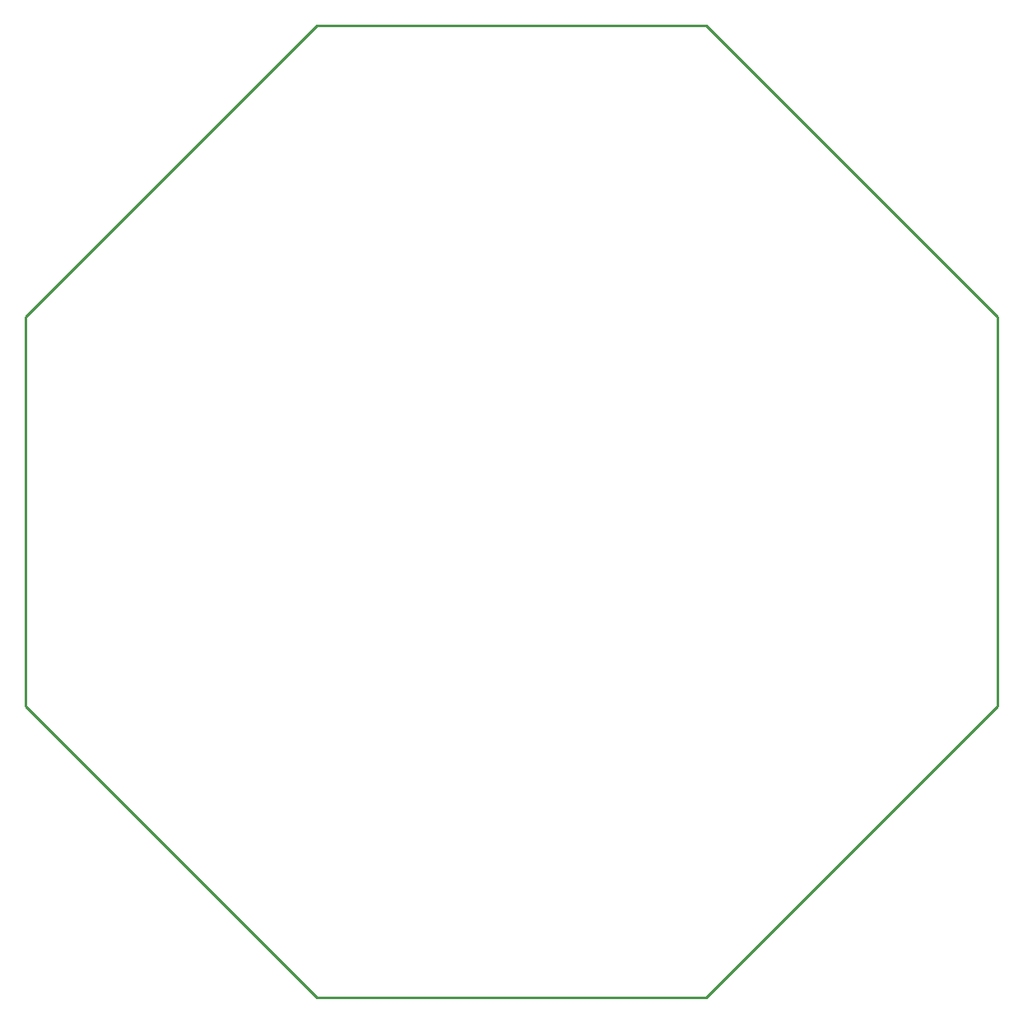
<source format=gko>
G04 Layer: BoardOutlineLayer*
G04 EasyEDA v6.5.1, 2022-09-16 22:40:58*
G04 a67cddfb3fce44daa9051d46cbbcc19f,10*
G04 Gerber Generator version 0.2*
G04 Scale: 100 percent, Rotated: No, Reflected: No *
G04 Dimensions in millimeters *
G04 leading zeros omitted , absolute positions ,4 integer and 5 decimal *
%FSLAX45Y45*%
%MOMM*%

%ADD10C,0.2540*%
D10*
X0Y7000001D02*
G01*
X2999999Y10000000D01*
X7000001Y10000000D01*
X10000000Y7000001D01*
X10000000Y2999999D01*
X7000001Y0D01*
X2999999Y0D01*
X0Y2999999D01*
X0Y7000001D01*

%LPD*%
M02*

</source>
